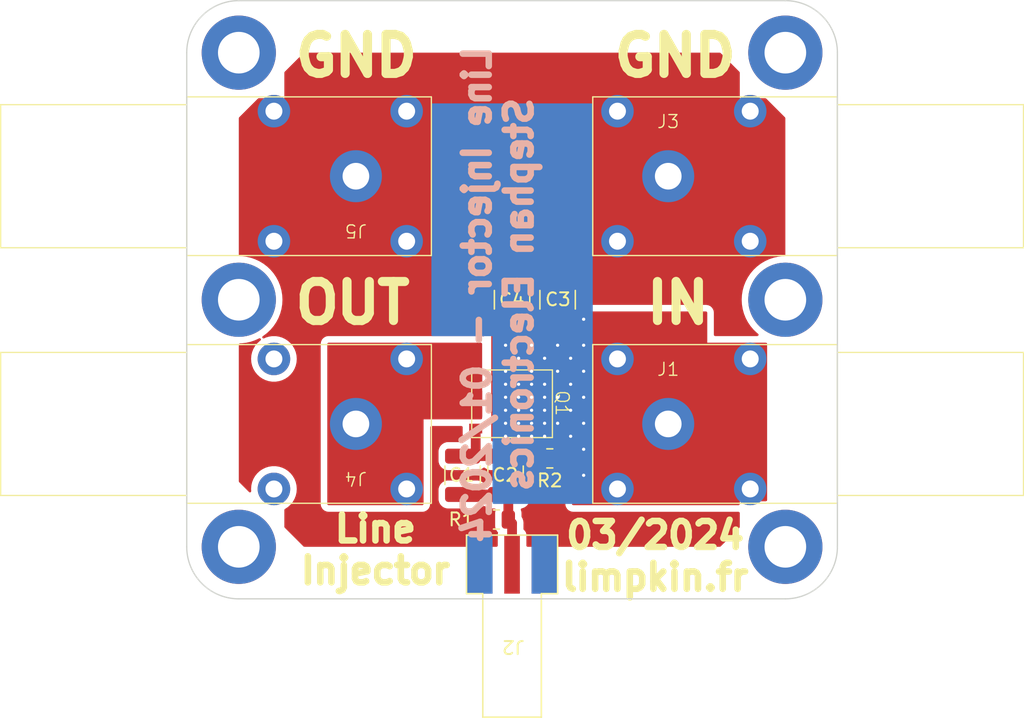
<source format=kicad_pcb>
(kicad_pcb (version 20221018) (generator pcbnew)
  (layers (0 "F.Cu" signal) (31 "B.Cu" signal) (34 "B.Paste" user) (35 "F.Paste" user) (36 "B.SilkS" user "B.Silkscreen") (37 "F.SilkS" user "F.Silkscreen") (38 "B.Mask" user) (39 "F.Mask" user) (44 "Edge.Cuts" user))
  (net 0 "")
  (net 1 "Net-(J2-In)")
  (net 2 "Net-(Q1-G)")
  (net 3 "Net-(J1-Pin_1)")
  (net 4 "GND")
  (net 5 "Net-(J4-Pin_1)")
  (footprint "MountingHole:MountingHole_3.2mm_M3_ISO7380_Pad" (layer "F.Cu") (at 146 142)
    (fp_text reference "H5" (at 0 -0.1) (layer "F.SilkS"))
    (fp_text value "MountingHole")
    (pad "1" thru_hole circle locked (at 0 0) (size 5.7 5.7) (drill 3.2) (layers "*.Cu" "*.Mask"))
  )
  (footprint "Resistor_SMD:R_0805_2012Metric" (layer "F.Cu") (at 123.8 139.9 180)
    (fp_text reference "R1" (at 2.7 0) (layer "F.SilkS"))
    (fp_text value "49.9")
    (fp_line (start -0.227064 -0.735) (end 0.227064 -0.735) (stroke (width 0.12)) (layer "F.SilkS"))
    (fp_line (start -0.227064 0.735) (end 0.227064 0.735) (stroke (width 0.12)) (layer "F.SilkS"))
    (pad "1" smd roundrect (at -0.9125 0 180) (size 1.025 1.4) (layers "F.Cu" "F.Paste" "F.Mask") (roundrect_rratio 0.243902439) (net 1 "Net-(J2-In)"))
    (pad "2" smd roundrect (at 0.9125 0 180) (size 1.025 1.4) (layers "F.Cu" "F.Paste" "F.Mask") (roundrect_rratio 0.243902439) (net 4 "GND"))
  )
  (footprint "library:SMA_ALIEXPRESS" (layer "F.Cu") (at 125 145.6 180)
    (fp_text reference "J2" (at -0.1 -4.1 180 unlocked) (layer "F.SilkS"))
    (fp_text value "Conn_Coaxial")
    (fp_line (start -3.5 0) (end -3.5 4.5) (stroke (width 0.12)) (layer "F.SilkS"))
    (fp_line (start -3.5 4.5) (end 3.5 4.5) (stroke (width 0.12)) (layer "F.SilkS"))
    (fp_line (start -2.25 -9.5) (end -2.25 0) (stroke (width 0.12)) (layer "F.SilkS"))
    (fp_line (start -2.25 0) (end -3.5 0) (stroke (width 0.12)) (layer "F.SilkS"))
    (fp_line (start 2.25 -9.5) (end -2.25 -9.5) (stroke (width 0.12)) (layer "F.SilkS"))
    (fp_line (start 2.25 0) (end 2.25 -9.5) (stroke (width 0.12)) (layer "F.SilkS"))
    (fp_line (start 3.5 0) (end 2.25 0) (stroke (width 0.12)) (layer "F.SilkS"))
    (fp_line (start 3.5 4.5) (end 3.5 0) (stroke (width 0.12)) (layer "F.SilkS"))
    (pad "1" smd rect locked (at 0 2.25 180) (size 1.2 4.5) (layers "F.Cu" "F.Paste" "F.Mask") (net 1 "Net-(J2-In)"))
    (pad "2" smd rect locked (at -2.5 2.25 180) (size 2 4.5) (layers "F.Cu" "F.Paste" "F.Mask") (net 4 "GND"))
    (pad "2" smd rect locked (at -2.5 2.25 180) (size 2 4.5) (layers "B.Cu" "B.Paste" "B.Mask") (net 4 "GND"))
    (pad "2" smd rect locked (at 2.5 2.25 180) (size 2 4.5) (layers "F.Cu" "F.Paste" "F.Mask") (net 4 "GND"))
    (pad "2" smd rect locked (at 2.5 2.25 180) (size 2 4.5) (layers "B.Cu" "B.Paste" "B.Mask") (net 4 "GND"))
  )
  (footprint "Resistor_SMD:R_0805_2012Metric" (layer "F.Cu") (at 127.9 135.2 180)
    (fp_text reference "R2" (at 0 -1.7) (layer "F.SilkS"))
    (fp_text value "10k")
    (fp_line (start -0.227064 -0.735) (end 0.227064 -0.735) (stroke (width 0.12)) (layer "F.SilkS"))
    (fp_line (start -0.227064 0.735) (end 0.227064 0.735) (stroke (width 0.12)) (layer "F.SilkS"))
    (pad "1" smd roundrect (at -0.9125 0 180) (size 1.025 1.4) (layers "F.Cu" "F.Paste" "F.Mask") (roundrect_rratio 0.243902439) (net 3 "Net-(J1-Pin_1)"))
    (pad "2" smd roundrect (at 0.9125 0 180) (size 1.025 1.4) (layers "F.Cu" "F.Paste" "F.Mask") (roundrect_rratio 0.243902439) (net 2 "Net-(Q1-G)"))
  )
  (footprint "library:BANANA_ALIEXPRESS" (layer "F.Cu") (at 113 132.55 180)
    (fp_text reference "J4" (at 0 -4.2 180 unlocked) (layer "F.SilkS") (effects (font (thickness 0.1))))
    (fp_text value "Conn_01x01_Socket")
    (fp_line (start -5.8 -6.1) (end -5.8 6.1) (stroke (width 0.1)) (layer "F.SilkS"))
    (fp_line (start -5.8 6.1) (end 13 6.1) (stroke (width 0.1)) (layer "F.SilkS"))
    (fp_line (start 13 -6.1) (end -5.8 -6.1) (stroke (width 0.1)) (layer "F.SilkS"))
    (fp_line (start 13 -5.5) (end 27.3 -5.5) (stroke (width 0.1)) (layer "F.SilkS"))
    (fp_line (start 13 6.1) (end 13 -6.1) (stroke (width 0.1)) (layer "F.SilkS"))
    (fp_line (start 27.3 -5.5) (end 27.3 5.5) (stroke (width 0.1)) (layer "F.SilkS"))
    (fp_line (start 27.3 5.5) (end 13 5.5) (stroke (width 0.1)) (layer "F.SilkS"))
    (pad "1" thru_hole circle locked (at -3.9 -5 180) (size 2.5 2.5) (drill 1.3) (layers "*.Cu" "*.Mask") (net 5 "Net-(J4-Pin_1)"))
    (pad "1" thru_hole circle locked (at -3.9 5 180) (size 2.5 2.5) (drill 1.3) (layers "*.Cu" "*.Mask") (net 5 "Net-(J4-Pin_1)"))
    (pad "1" thru_hole circle locked (at 0 0 180) (size 4 4) (drill 2.05) (layers "*.Cu" "*.Mask") (net 5 "Net-(J4-Pin_1)"))
    (pad "1" thru_hole circle locked (at 6.3 -5 180) (size 2.5 2.5) (drill 1.3) (layers "*.Cu" "*.Mask") (net 5 "Net-(J4-Pin_1)"))
    (pad "1" thru_hole circle locked (at 6.3 5 180) (size 2.5 2.5) (drill 1.3) (layers "*.Cu" "*.Mask") (net 5 "Net-(J4-Pin_1)"))
  )
  (footprint "MountingHole:MountingHole_3.2mm_M3_ISO7380_Pad" (layer "F.Cu") (at 146 104)
    (fp_text reference "H4" (at -0.2 -0.1) (layer "F.SilkS"))
    (fp_text value "MountingHole")
    (pad "1" thru_hole circle locked (at 0 0) (size 5.7 5.7) (drill 3.2) (layers "*.Cu" "*.Mask"))
  )
  (footprint "MountingHole:MountingHole_3.2mm_M3_ISO7380_Pad" (layer "F.Cu") (at 104 142)
    (fp_text reference "H3" (at 0.1 -0.2) (layer "F.SilkS"))
    (fp_text value "MountingHole")
    (pad "1" thru_hole circle locked (at 0 0) (size 5.7 5.7) (drill 3.2) (layers "*.Cu" "*.Mask"))
  )
  (footprint "library:BANANA_ALIEXPRESS" (layer "F.Cu") (at 137 113.5)
    (fp_text reference "J3" (at 0 -4.2 unlocked) (layer "F.SilkS") (effects (font (thickness 0.1))))
    (fp_text value "Conn_01x01_Socket")
    (fp_line (start -5.8 -6.1) (end -5.8 6.1) (stroke (width 0.1)) (layer "F.SilkS"))
    (fp_line (start -5.8 6.1) (end 13 6.1) (stroke (width 0.1)) (layer "F.SilkS"))
    (fp_line (start 13 -6.1) (end -5.8 -6.1) (stroke (width 0.1)) (layer "F.SilkS"))
    (fp_line (start 13 -5.5) (end 27.3 -5.5) (stroke (width 0.1)) (layer "F.SilkS"))
    (fp_line (start 13 6.1) (end 13 -6.1) (stroke (width 0.1)) (layer "F.SilkS"))
    (fp_line (start 27.3 -5.5) (end 27.3 5.5) (stroke (width 0.1)) (layer "F.SilkS"))
    (fp_line (start 27.3 5.5) (end 13 5.5) (stroke (width 0.1)) (layer "F.SilkS"))
    (pad "1" thru_hole circle locked (at -3.9 -5) (size 2.5 2.5) (drill 1.3) (layers "*.Cu" "*.Mask") (net 4 "GND"))
    (pad "1" thru_hole circle locked (at -3.9 5) (size 2.5 2.5) (drill 1.3) (layers "*.Cu" "*.Mask") (net 4 "GND"))
    (pad "1" thru_hole circle locked (at 0 0) (size 4 4) (drill 2.05) (layers "*.Cu" "*.Mask") (net 4 "GND"))
    (pad "1" thru_hole circle locked (at 6.3 -5) (size 2.5 2.5) (drill 1.3) (layers "*.Cu" "*.Mask") (net 4 "GND"))
    (pad "1" thru_hole circle locked (at 6.3 5) (size 2.5 2.5) (drill 1.3) (layers "*.Cu" "*.Mask") (net 4 "GND"))
  )
  (footprint "MountingHole:MountingHole_3.2mm_M3_ISO7380_Pad" (layer "F.Cu") (at 146 123)
    (fp_text reference "H6" (at 0.2 -0.4) (layer "F.SilkS"))
    (fp_text value "MountingHole")
    (pad "1" thru_hole circle locked (at 0 0) (size 5.7 5.7) (drill 3.2) (layers "*.Cu" "*.Mask"))
  )
  (footprint "library:BANANA_ALIEXPRESS" (layer "F.Cu") (at 113 113.5 180)
    (fp_text reference "J5" (at 0 -4.2 180 unlocked) (layer "F.SilkS") (effects (font (thickness 0.1))))
    (fp_text value "Conn_01x01_Socket")
    (fp_line (start -5.8 -6.1) (end -5.8 6.1) (stroke (width 0.1)) (layer "F.SilkS"))
    (fp_line (start -5.8 6.1) (end 13 6.1) (stroke (width 0.1)) (layer "F.SilkS"))
    (fp_line (start 13 -6.1) (end -5.8 -6.1) (stroke (width 0.1)) (layer "F.SilkS"))
    (fp_line (start 13 -5.5) (end 27.3 -5.5) (stroke (width 0.1)) (layer "F.SilkS"))
    (fp_line (start 13 6.1) (end 13 -6.1) (stroke (width 0.1)) (layer "F.SilkS"))
    (fp_line (start 27.3 -5.5) (end 27.3 5.5) (stroke (width 0.1)) (layer "F.SilkS"))
    (fp_line (start 27.3 5.5) (end 13 5.5) (stroke (width 0.1)) (layer "F.SilkS"))
    (pad "1" thru_hole circle locked (at -3.9 -5 180) (size 2.5 2.5) (drill 1.3) (layers "*.Cu" "*.Mask") (net 4 "GND"))
    (pad "1" thru_hole circle locked (at -3.9 5 180) (size 2.5 2.5) (drill 1.3) (layers "*.Cu" "*.Mask") (net 4 "GND"))
    (pad "1" thru_hole circle locked (at 0 0 180) (size 4 4) (drill 2.05) (layers "*.Cu" "*.Mask") (net 4 "GND"))
    (pad "1" thru_hole circle locked (at 6.3 -5 180) (size 2.5 2.5) (drill 1.3) (layers "*.Cu" "*.Mask") (net 4 "GND"))
    (pad "1" thru_hole circle locked (at 6.3 5 180) (size 2.5 2.5) (drill 1.3) (layers "*.Cu" "*.Mask") (net 4 "GND"))
  )
  (footprint "MountingHole:MountingHole_3.2mm_M3_ISO7380_Pad" (layer "F.Cu") (at 104 123)
    (fp_text reference "H2" (at 0.1 0) (layer "F.SilkS"))
    (fp_text value "MountingHole")
    (pad "1" thru_hole circle locked (at 0 0) (size 5.7 5.7) (drill 3.2) (layers "*.Cu" "*.Mask"))
  )
  (footprint "Capacitor_SMD:C_1210_3225Metric" (layer "F.Cu") (at 125 123 90)
    (fp_text reference "C4" (at 0 -0.025) (layer "F.SilkS"))
    (fp_text value "4.7uF")
    (fp_line (start -0.711252 -1.36) (end 0.711252 -1.36) (stroke (width 0.12)) (layer "F.SilkS"))
    (fp_line (start -0.711252 1.36) (end 0.711252 1.36) (stroke (width 0.12)) (layer "F.SilkS"))
    (pad "1" smd roundrect (at -1.475 0 90) (size 1.15 2.7) (layers "F.Cu" "F.Paste" "F.Mask") (roundrect_rratio 0.2173913043) (net 3 "Net-(J1-Pin_1)"))
    (pad "2" smd roundrect (at 1.475 0 90) (size 1.15 2.7) (layers "F.Cu" "F.Paste" "F.Mask") (roundrect_rratio 0.2173913043) (net 4 "GND"))
  )
  (footprint "Capacitor_SMD:C_1210_3225Metric" (layer "F.Cu") (at 128.5 123 90)
    (fp_text reference "C3" (at 0.025 0.025) (layer "F.SilkS"))
    (fp_text value "4.7uF")
    (fp_line (start -0.711252 -1.36) (end 0.711252 -1.36) (stroke (width 0.12)) (layer "F.SilkS"))
    (fp_line (start -0.711252 1.36) (end 0.711252 1.36) (stroke (width 0.12)) (layer "F.SilkS"))
    (pad "1" smd roundrect (at -1.475 0 90) (size 1.15 2.7) (layers "F.Cu" "F.Paste" "F.Mask") (roundrect_rratio 0.2173913043) (net 3 "Net-(J1-Pin_1)"))
    (pad "2" smd roundrect (at 1.475 0 90) (size 1.15 2.7) (layers "F.Cu" "F.Paste" "F.Mask") (roundrect_rratio 0.2173913043) (net 4 "GND"))
  )
  (footprint "Capacitor_SMD:C_1210_3225Metric" (layer "F.Cu") (at 124.5 136.5 90)
    (fp_text reference "C2" (at 0.025 -0.025) (layer "F.SilkS"))
    (fp_text value "4.7uF")
    (fp_line (start -0.711252 -1.36) (end 0.711252 -1.36) (stroke (width 0.12)) (layer "F.SilkS"))
    (fp_line (start -0.711252 1.36) (end 0.711252 1.36) (stroke (width 0.12)) (layer "F.SilkS"))
    (pad "1" smd roundrect (at -1.475 0 90) (size 1.15 2.7) (layers "F.Cu" "F.Paste" "F.Mask") (roundrect_rratio 0.2173913043) (net 1 "Net-(J2-In)"))
    (pad "2" smd roundrect (at 1.475 0 90) (size 1.15 2.7) (layers "F.Cu" "F.Paste" "F.Mask") (roundrect_rratio 0.2173913043) (net 2 "Net-(Q1-G)"))
  )
  (footprint "library:NVMFS6H864NLT1G" (layer "F.Cu") (at 125 131)
    (fp_text reference "Q1" (at 3.855 -0.045 -90 unlocked) (layer "F.SilkS") (effects (font (thickness 0.1))))
    (fp_text value "NVMFS6H864NLT1G")
    (fp_line (start -3.1 -2.6) (end 3.1 -2.6) (stroke (width 0.1)) (layer "F.SilkS"))
    (fp_line (start -3.1 2.6) (end -3.1 -2.6) (stroke (width 0.1)) (layer "F.SilkS"))
    (fp_line (start 3.1 -2.6) (end 3.1 2.6) (stroke (width 0.1)) (layer "F.SilkS"))
    (fp_line (start 3.1 2.6) (end -3.1 2.6) (stroke (width 0.1)) (layer "F.SilkS"))
    (pad "1" smd rect (at -2.795 -1.905) (size 1 0.75) (layers "F.Cu" "F.Paste" "F.Mask") (net 5 "Net-(J4-Pin_1)"))
    (pad "2" smd rect (at -2.795 -0.635) (size 1 0.75) (layers "F.Cu" "F.Paste" "F.Mask") (net 5 "Net-(J4-Pin_1)"))
    (pad "3" smd rect (at -2.795 0.635) (size 1 0.75) (layers "F.Cu" "F.Paste" "F.Mask") (net 5 "Net-(J4-Pin_1)"))
    (pad "4" smd rect (at -2.795 1.905) (size 1 0.75) (layers "F.Cu" "F.Paste" "F.Mask") (net 2 "Net-(Q1-G)"))
    (pad "5" smd custom (at 0 0 270) (size 1 0.75) (layers "F.Cu" "F.Paste" "F.Mask") (net 3 "Net-(J1-Pin_1)") (options (clearance outline) (anchor rect)) (primitives (gr_poly (pts (xy -2.28 0) (xy -2.28 -3.2) (xy -1.53 -3.2) (xy -1.53 -2.725) (xy 1.53 -2.725) (xy 1.53 -3.2) (xy 2.28 -3.2) (xy 2.28 0) (xy 2.775 0) (xy 2.775 0.905) (xy 2.28 0.905) (xy 2.28 1.33) (xy -2.28 1.33) (xy -2.28 0.905) (xy -2.775 0.905) (xy -2.775 0)) (width 0) (fill yes))))
  )
  (footprint "library:BANANA_ALIEXPRESS" (layer "F.Cu") (at 137 132.55)
    (fp_text reference "J1" (at 0 -4.2 unlocked) (layer "F.SilkS") (effects (font (thickness 0.1))))
    (fp_text value "Conn_01x01_Socket")
    (fp_line (start -5.8 -6.1) (end -5.8 6.1) (stroke (width 0.1)) (layer "F.SilkS"))
    (fp_line (start -5.8 6.1) (end 13 6.1) (stroke (width 0.1)) (layer "F.SilkS"))
    (fp_line (start 13 -6.1) (end -5.8 -6.1) (stroke (width 0.1)) (layer "F.SilkS"))
    (fp_line (start 13 -5.5) (end 27.3 -5.5) (stroke (width 0.1)) (layer "F.SilkS"))
    (fp_line (start 13 6.1) (end 13 -6.1) (stroke (width 0.1)) (layer "F.SilkS"))
    (fp_line (start 27.3 -5.5) (end 27.3 5.5) (stroke (width 0.1)) (layer "F.SilkS"))
    (fp_line (start 27.3 5.5) (end 13 5.5) (stroke (width 0.1)) (layer "F.SilkS"))
    (pad "1" thru_hole circle locked (at -3.9 -5) (size 2.5 2.5) (drill 1.3) (layers "*.Cu" "*.Mask") (net 3 "Net-(J1-Pin_1)"))
    (pad "1" thru_hole circle locked (at -3.9 5) (size 2.5 2.5) (drill 1.3) (layers "*.Cu" "*.Mask") (net 3 "Net-(J1-Pin_1)"))
    (pad "1" thru_hole circle locked (at 0 0) (size 4 4) (drill 2.05) (layers "*.Cu" "*.Mask") (net 3 "Net-(J1-Pin_1)"))
    (pad "1" thru_hole circle locked (at 6.3 -5) (size 2.5 2.5) (drill 1.3) (layers "*.Cu" "*.Mask") (net 3 "Net-(J1-Pin_1)"))
    (pad "1" thru_hole circle locked (at 6.3 5) (size 2.5 2.5) (drill 1.3) (layers "*.Cu" "*.Mask") (net 3 "Net-(J1-Pin_1)"))
  )
  (footprint "Capacitor_SMD:C_1210_3225Metric" (layer "F.Cu") (at 121.2 136.5 90)
    (fp_text reference "C1" (at 0.025 -0.075) (layer "F.SilkS"))
    (fp_text value "4.7uF")
    (fp_line (start -0.711252 -1.36) (end 0.711252 -1.36) (stroke (width 0.12)) (layer "F.SilkS"))
    (fp_line (start -0.711252 1.36) (end 0.711252 1.36) (stroke (width 0.12)) (layer "F.SilkS"))
    (pad "1" smd roundrect (at -1.475 0 90) (size 1.15 2.7) (layers "F.Cu" "F.Paste" "F.Mask") (roundrect_rratio 0.2173913043) (net 1 "Net-(J2-In)"))
    (pad "2" smd roundrect (at 1.475 0 90) (size 1.15 2.7) (layers "F.Cu" "F.Paste" "F.Mask") (roundrect_rratio 0.2173913043) (net 2 "Net-(Q1-G)"))
  )
  (footprint "MountingHole:MountingHole_3.2mm_M3_ISO7380_Pad" (layer "F.Cu") (at 104 104)
    (fp_text reference "H1" (at 0 0) (layer "F.SilkS"))
    (fp_text value "MountingHole")
    (pad "1" thru_hole circle locked (at 0 0) (size 5.7 5.7) (drill 3.2) (layers "*.Cu" "*.Mask"))
  )
  (gr_line (start 100 142) (end 100 104) (stroke (width 0.1)) (layer "Edge.Cuts"))
  (gr_arc (start 100 104) (mid 101.171573 101.171573) (end 104 100) (stroke (width 0.1)) (layer "Edge.Cuts"))
  (gr_arc (start 146 100) (mid 148.828427 101.171573) (end 150 104) (stroke (width 0.1)) (layer "Edge.Cuts"))
  (gr_line (start 150 104) (end 150 142) (stroke (width 0.1)) (layer "Edge.Cuts"))
  (gr_line (start 104 100) (end 146 100) (stroke (width 0.1)) (layer "Edge.Cuts"))
  (gr_arc (start 104 146) (mid 101.171573 144.828427) (end 100 142) (stroke (width 0.1)) (layer "Edge.Cuts"))
  (gr_line (start 146 146) (end 104 146) (stroke (width 0.1)) (layer "Edge.Cuts"))
  (gr_arc (start 150 142) (mid 148.828427 144.828427) (end 146 146) (stroke (width 0.1)) (layer "Edge.Cuts"))
  (gr_text "Line Injector - 01/2024\nStephan Electronics" (at 126.7 122.6 90) (layer "B.SilkS") (effects (font (size 2 2) (thickness 0.5) bold) (justify bottom mirror)))
  (gr_text "GND" (at 108 106) (layer "F.SilkS") (effects (font (size 3 3) (thickness 0.7) bold) (justify left bottom)))
  (gr_text "03/2024\nlimpkin.fr" (at 136 145.5) (layer "F.SilkS") (effects (font (size 2 2) (thickness 0.5) bold) (justify bottom)))
  (gr_text "GND" (at 132.5 106) (layer "F.SilkS") (effects (font (size 3 3) (thickness 0.7) bold) (justify left bottom)))
  (gr_text "Line\nInjector" (at 114.5 145) (layer "F.SilkS") (effects (font (size 2 2) (thickness 0.5) bold) (justify bottom)))
  (gr_text "OUT" (at 108 125) (layer "F.SilkS") (effects (font (size 3 3) (thickness 0.7) bold) (justify left bottom)))
  (gr_text "IN" (at 135 125) (layer "F.SilkS") (effects (font (size 3 3) (thickness 0.7) bold) (justify left bottom)))
  (segment (start 124.5 137.975) (end 121.2 137.975) (width 0.75) (layer "F.Cu") (net 1))
  (segment (start 124.7125 139.9) (end 124.7125 138.1875) (width 0.75) (layer "F.Cu") (net 1))
  (segment (start 124.7125 138.1875) (end 124.5 137.975) (width 0.75) (layer "F.Cu") (net 1))
  (segment (start 125 140.1875) (end 124.7125 139.9) (width 0.75) (layer "F.Cu") (net 1))
  (segment (start 125 143.35) (end 125 140.1875) (width 0.75) (layer "F.Cu") (net 1))
  (segment (start 122.205 132.905) (end 122.205 135.025) (width 0.75) (layer "F.Cu") (net 2))
  (segment (start 126.9875 135.2) (end 124.675 135.2) (width 0.75) (layer "F.Cu") (net 2))
  (segment (start 122.205 135.025) (end 121.2 135.025) (width 0.75) (layer "F.Cu") (net 2))
  (segment (start 124.675 135.2) (end 124.5 135.025) (width 0.75) (layer "F.Cu") (net 2))
  (segment (start 124.5 135.025) (end 121.2 135.025) (width 0.75) (layer "F.Cu") (net 2))
  (segment (start 130.75 135.2) (end 133.1 137.55) (width 0.75) (layer "F.Cu") (net 3))
  (segment (start 128.8125 135.2) (end 130.75 135.2) (width 0.75) (layer "F.Cu") (net 3))
  (via (at 124.5 131.5) (size 0.6) (drill 0.25) (layers "F.Cu" "B.Cu") (net 3))
  (via (at 126.5 133.5) (size 0.6) (drill 0.25) (layers "F.Cu" "B.Cu") (net 3))
  (via (at 124.5 129.5) (size 0.6) (drill 0.25) (layers "F.Cu" "B.Cu") (net 3))
  (via (at 128.5 130.5) (size 0.6) (drill 0.25) (layers "F.Cu" "B.Cu") (net 3))
  (via (at 129.5 127.5) (size 0.6) (drill 0.25) (layers "F.Cu" "B.Cu") (net 3))
  (via (at 125.5 131.5) (size 0.6) (drill 0.25) (layers "F.Cu" "B.Cu") (net 3))
  (via (at 127.5 133.5) (size 0.6) (drill 0.25) (layers "F.Cu" "B.Cu") (net 3))
  (via (at 125.5 130.5) (size 0.6) (drill 0.25) (layers "F.Cu" "B.Cu") (net 3))
  (via (at 129.5 131.5) (size 0.6) (drill 0.25) (layers "F.Cu" "B.Cu") (net 3))
  (via (at 127.5 132.5) (size 0.6) (drill 0.25) (layers "F.Cu" "B.Cu") (net 3))
  (via (at 127.5 129.5) (size 0.6) (drill 0.25) (layers "F.Cu" "B.Cu") (net 3))
  (via (at 124.5 130.5) (size 0.6) (drill 0.25) (layers "F.Cu" "B.Cu") (net 3))
  (via (at 126.5 129.5) (size 0.6) (drill 0.25) (layers "F.Cu" "B.Cu") (net 3))
  (via (at 125.5 129.5) (size 0.6) (drill 0.25) (layers "F.Cu" "B.Cu") (net 3))
  (via (at 126.5 130.5) (size 0.6) (drill 0.25) (layers "F.Cu" "B.Cu") (net 3))
  (via (at 128.5 132.5) (size 0.6) (drill 0.25) (layers "F.Cu" "B.Cu") (net 3))
  (via (at 130.5 136.5) (size 0.6) (drill 0.25) (layers "F.Cu" "B.Cu") (net 3))
  (via (at 125.5 133.5) (size 0.6) (drill 0.25) (layers "F.Cu" "B.Cu") (net 3))
  (via (at 127.5 127.5) (size 0.6) (drill 0.25) (layers "F.Cu" "B.Cu") (net 3))
  (via (at 130.5 130.5) (size 0.6) (drill 0.25) (layers "F.Cu" "B.Cu") (net 3))
  (via (at 129.5 133.5) (size 0.6) (drill 0.25) (layers "F.Cu" "B.Cu") (net 3))
  (via (at 130.5 126.5) (size 0.6) (drill 0.25) (layers "F.Cu" "B.Cu") (net 3))
  (via (at 125.5 132.5) (size 0.6) (drill 0.25) (layers "F.Cu" "B.Cu") (net 3))
  (via (at 127.5 130.5) (size 0.6) (drill 0.25) (layers "F.Cu" "B.Cu") (net 3))
  (via (at 130.5 128.5) (size 0.6) (drill 0.25) (layers "F.Cu" "B.Cu") (net 3))
  (via (at 124.5 132.5) (size 0.6) (drill 0.25) (layers "F.Cu" "B.Cu") (net 3))
  (via (at 128.5 128.5) (size 0.6) (drill 0.25) (layers "F.Cu" "B.Cu") (net 3))
  (via (at 130.5 134.5) (size 0.6) (drill 0.25) (layers "F.Cu" "B.Cu") (net 3))
  (via (at 129.5 129.5) (size 0.6) (drill 0.25) (layers "F.Cu" "B.Cu") (net 3))
  (via (at 126.5 132.5) (size 0.6) (drill 0.25) (layers "F.Cu" "B.Cu") (net 3))
  (via (at 125.5 127.5) (size 0.6) (drill 0.25) (layers "F.Cu" "B.Cu") (net 3))
  (via (at 128.5 126.5) (size 0.6) (drill 0.25) (layers "F.Cu" "B.Cu") (net 3))
  (via (at 124.5 126.5) (size 0.6) (drill 0.25) (layers "F.Cu" "B.Cu") (net 3))
  (via (at 124.5 128.5) (size 0.6) (drill 0.25) (layers "F.Cu" "B.Cu") (net 3))
  (via (at 126.5 126.5) (size 0.6) (drill 0.25) (layers "F.Cu" "B.Cu") (net 3))
  (via (at 130.5 124.5) (size 0.6) (drill 0.25) (layers "F.Cu" "B.Cu") (net 3))
  (via (at 124.5 133.5) (size 0.6) (drill 0.25) (layers "F.Cu" "B.Cu") (net 3))
  (via (at 130.5 132.5) (size 0.6) (drill 0.25) (layers "F.Cu" "B.Cu") (net 3))
  (via (at 126.5 131.5) (size 0.6) (drill 0.25) (layers "F.Cu" "B.Cu") (net 3))
  (via (at 127.5 131.5) (size 0.6) (drill 0.25) (layers "F.Cu" "B.Cu") (net 3))
  (via (at 126.5 128.5) (size 0.6) (drill 0.25) (layers "F.Cu" "B.Cu") (net 3))
  (zone (net 5) (net_name "Net-(J4-Pin_1)") (layer "F.Cu") (priority 2) (connect_pads yes (clearance 0.2)) (min_thickness 0.2) (fill yes (thermal_gap 0.5) (thermal_bridge_width 0.5))
    (polygon (pts (xy 110.8 138.8) (xy 118.2 138.8) (xy 118.2 132.2) (xy 122.7 132.2) (xy 122.7 126.3) (xy 110.8 126.3)))
  )
  (zone (net 4) (net_name "GND") (layer "F.Cu") (connect_pads yes (clearance 0.5)) (min_thickness 0.2) (fill yes (thermal_gap 0.5) (thermal_bridge_width 0.5) (smoothing chamfer) (radius 5))
    (polygon (pts (xy 104 104) (xy 146 104) (xy 146 142) (xy 104 142)))
  )
  (zone (net 0) (net_name "") (layer "F.Cu") (connect_pads yes (clearance 0)) (min_thickness 0.2)
    (keepout (tracks allowed) (vias allowed) (pads allowed) (copperpour not_allowed) (footprints allowed))
    (fill (thermal_gap 0.5) (thermal_bridge_width 0.5))
    (polygon (pts (xy 142.5 138.5) (xy 150 138.5) (xy 150 146) (xy 142.5 146)))
  )
  (zone (net 0) (net_name "") (layer "F.Cu") (connect_pads yes (clearance 0)) (min_thickness 0.2)
    (keepout (tracks allowed) (vias allowed) (pads allowed) (copperpour not_allowed) (footprints allowed))
    (fill (thermal_gap 0.5) (thermal_bridge_width 0.5))
    (polygon (pts (xy 142.5 100) (xy 150 100) (xy 150 107.5) (xy 142.5 107.5)))
  )
  (zone (net 0) (net_name "") (layer "F.Cu") (connect_pads yes (clearance 0)) (min_thickness 0.2)
    (keepout (tracks allowed) (vias allowed) (pads allowed) (copperpour not_allowed) (footprints allowed))
    (fill (thermal_gap 0.5) (thermal_bridge_width 0.5))
    (polygon (pts (xy 100 100) (xy 107.5 100) (xy 107.5 107.5) (xy 100 107.5)))
  )
  (zone (net 0) (net_name "") (layer "F.Cu") (connect_pads yes (clearance 0)) (min_thickness 0.2)
    (keepout (tracks allowed) (vias allowed) (pads allowed) (copperpour not_allowed) (footprints allowed))
    (fill (thermal_gap 0.5) (thermal_bridge_width 0.5))
    (polygon (pts (xy 100 138.5) (xy 107.5 138.5) (xy 107.5 146) (xy 100 146)))
  )
  (zone (net 3) (net_name "Net-(J1-Pin_1)") (layer "F.Cu") (priority 2) (connect_pads yes (clearance 0.2)) (min_thickness 0.2) (fill yes (thermal_gap 0.5) (thermal_bridge_width 0.5))
    (polygon (pts (xy 123.4 133.9) (xy 123.4 123.9) (xy 140 123.9) (xy 140 126.3) (xy 144.6 126.3) (xy 144.6 138.8) (xy 129.6 138.8) (xy 129.6 133.9)))
  )
  (zone (net 3) (net_name "Net-(J1-Pin_1)") (layer "B.Cu") (priority 1) (connect_pads yes (clearance 0.2)) (min_thickness 0.2) (fill yes (thermal_gap 0.5) (thermal_bridge_width 0.5))
    (polygon (pts (xy 131.2 138.7) (xy 123.5 138.7) (xy 123.5 125.8) (xy 118.8 125.8) (xy 118.8 107.9) (xy 131.2 107.9)))
  )
)
</source>
